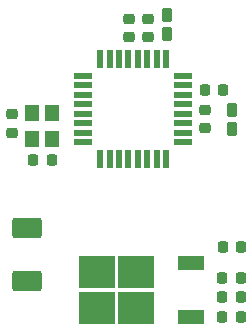
<source format=gbr>
%TF.GenerationSoftware,KiCad,Pcbnew,6.0.1-79c1e3a40b~116~ubuntu21.10.1*%
%TF.CreationDate,2022-03-03T18:49:24-07:00*%
%TF.ProjectId,MotorSpeedController,4d6f746f-7253-4706-9565-64436f6e7472,rev?*%
%TF.SameCoordinates,Original*%
%TF.FileFunction,Paste,Top*%
%TF.FilePolarity,Positive*%
%FSLAX46Y46*%
G04 Gerber Fmt 4.6, Leading zero omitted, Abs format (unit mm)*
G04 Created by KiCad (PCBNEW 6.0.1-79c1e3a40b~116~ubuntu21.10.1) date 2022-03-03 18:49:24*
%MOMM*%
%LPD*%
G01*
G04 APERTURE LIST*
G04 Aperture macros list*
%AMRoundRect*
0 Rectangle with rounded corners*
0 $1 Rounding radius*
0 $2 $3 $4 $5 $6 $7 $8 $9 X,Y pos of 4 corners*
0 Add a 4 corners polygon primitive as box body*
4,1,4,$2,$3,$4,$5,$6,$7,$8,$9,$2,$3,0*
0 Add four circle primitives for the rounded corners*
1,1,$1+$1,$2,$3*
1,1,$1+$1,$4,$5*
1,1,$1+$1,$6,$7*
1,1,$1+$1,$8,$9*
0 Add four rect primitives between the rounded corners*
20,1,$1+$1,$2,$3,$4,$5,0*
20,1,$1+$1,$4,$5,$6,$7,0*
20,1,$1+$1,$6,$7,$8,$9,0*
20,1,$1+$1,$8,$9,$2,$3,0*%
G04 Aperture macros list end*
%ADD10RoundRect,0.218750X0.256250X-0.218750X0.256250X0.218750X-0.256250X0.218750X-0.256250X-0.218750X0*%
%ADD11RoundRect,0.218750X-0.256250X0.218750X-0.256250X-0.218750X0.256250X-0.218750X0.256250X0.218750X0*%
%ADD12RoundRect,0.212500X0.212500X-0.400000X0.212500X0.400000X-0.212500X0.400000X-0.212500X-0.400000X0*%
%ADD13RoundRect,0.218750X-0.218750X-0.256250X0.218750X-0.256250X0.218750X0.256250X-0.218750X0.256250X0*%
%ADD14R,1.600000X0.550000*%
%ADD15R,0.550000X1.600000*%
%ADD16R,1.200000X1.400000*%
%ADD17RoundRect,0.218750X0.218750X0.256250X-0.218750X0.256250X-0.218750X-0.256250X0.218750X-0.256250X0*%
%ADD18RoundRect,0.250000X1.025000X-0.600000X1.025000X0.600000X-1.025000X0.600000X-1.025000X-0.600000X0*%
%ADD19R,3.050000X2.750000*%
%ADD20R,2.200000X1.200000*%
G04 APERTURE END LIST*
D10*
%TO.C,C1*%
X120269000Y-90068500D03*
X120269000Y-88493500D03*
%TD*%
D11*
%TO.C,C2*%
X103886000Y-88874500D03*
X103886000Y-90449500D03*
%TD*%
D12*
%TO.C,D1*%
X122525000Y-90162500D03*
X122525000Y-88537500D03*
%TD*%
%TO.C,D2*%
X117030500Y-82092500D03*
X117030500Y-80467500D03*
%TD*%
D11*
%TO.C,R1*%
X113855500Y-80810000D03*
X113855500Y-82385000D03*
%TD*%
D13*
%TO.C,R2*%
X120243500Y-86868000D03*
X121818500Y-86868000D03*
%TD*%
D10*
%TO.C,R3*%
X115443000Y-82385000D03*
X115443000Y-80810000D03*
%TD*%
D14*
%TO.C,U1*%
X109923000Y-85655500D03*
X109923000Y-86455500D03*
X109923000Y-87255500D03*
X109923000Y-88055500D03*
X109923000Y-88855500D03*
X109923000Y-89655500D03*
X109923000Y-90455500D03*
X109923000Y-91255500D03*
D15*
X111373000Y-92705500D03*
X112173000Y-92705500D03*
X112973000Y-92705500D03*
X113773000Y-92705500D03*
X114573000Y-92705500D03*
X115373000Y-92705500D03*
X116173000Y-92705500D03*
X116973000Y-92705500D03*
D14*
X118423000Y-91255500D03*
X118423000Y-90455500D03*
X118423000Y-89655500D03*
X118423000Y-88855500D03*
X118423000Y-88055500D03*
X118423000Y-87255500D03*
X118423000Y-86455500D03*
X118423000Y-85655500D03*
D15*
X116973000Y-84205500D03*
X116173000Y-84205500D03*
X115373000Y-84205500D03*
X114573000Y-84205500D03*
X113773000Y-84205500D03*
X112973000Y-84205500D03*
X112173000Y-84205500D03*
X111373000Y-84205500D03*
%TD*%
D16*
%TO.C,Y1*%
X107276000Y-91016000D03*
X107276000Y-88816000D03*
X105576000Y-88816000D03*
X105576000Y-91016000D03*
%TD*%
D17*
%TO.C,C4*%
X107277000Y-92773500D03*
X105702000Y-92773500D03*
%TD*%
D13*
%TO.C,C6*%
X121704000Y-102743000D03*
X123279000Y-102743000D03*
%TD*%
%TO.C,C7*%
X121704000Y-104394000D03*
X123279000Y-104394000D03*
%TD*%
%TO.C,C9*%
X121767500Y-100139500D03*
X123342500Y-100139500D03*
%TD*%
D18*
%TO.C,D3*%
X105219500Y-103049500D03*
X105219500Y-98499500D03*
%TD*%
D19*
%TO.C,U3*%
X111096500Y-105284000D03*
X114446500Y-105284000D03*
X114446500Y-102234000D03*
X111096500Y-102234000D03*
D20*
X119071500Y-106039000D03*
X119071500Y-101479000D03*
%TD*%
D13*
%TO.C,C8*%
X121704000Y-106045000D03*
X123279000Y-106045000D03*
%TD*%
M02*

</source>
